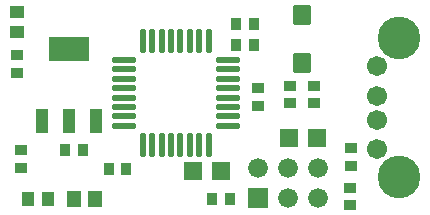
<source format=gbs>
G04 Layer: BottomSolderMaskLayer*
G04 EasyEDA v6.5.48, 2025-02-22 14:07:37*
G04 17b28a04ad434079b4a69dc4657e0bf9,f2e2a8b566e441589a5ce94012aa69ba,10*
G04 Gerber Generator version 0.2*
G04 Scale: 100 percent, Rotated: No, Reflected: No *
G04 Dimensions in millimeters *
G04 leading zeros omitted , absolute positions ,4 integer and 5 decimal *
%FSLAX45Y45*%
%MOMM*%

%AMMACRO1*4,1,8,-0.4211,-0.5008,-0.4508,-0.471,-0.4508,0.4711,-0.4211,0.5008,0.421,0.5008,0.4508,0.4711,0.4508,-0.471,0.421,-0.5008,-0.4211,-0.5008,0*%
%AMMACRO2*4,1,8,-0.4531,-0.454,-0.4828,-0.4243,-0.4828,0.4243,-0.4531,0.454,0.453,0.454,0.4828,0.4243,0.4828,-0.4243,0.453,-0.454,-0.4531,-0.454,0*%
%AMMACRO3*4,1,8,-0.4243,-0.4828,-0.454,-0.453,-0.454,0.4531,-0.4243,0.4828,0.4243,0.4828,0.454,0.4531,0.454,-0.453,0.4243,-0.4828,-0.4243,-0.4828,0*%
%AMMACRO4*4,1,8,-0.5211,-0.5008,-0.5508,-0.471,-0.5508,0.471,-0.5211,0.5008,0.521,0.5008,0.5508,0.471,0.5508,-0.471,0.521,-0.5008,-0.5211,-0.5008,0*%
%AMMACRO5*4,1,8,-0.7011,-0.8158,-0.7308,-0.786,-0.7308,0.7861,-0.7011,0.8158,0.701,0.8158,0.7308,0.7861,0.7308,-0.786,0.701,-0.8158,-0.7011,-0.8158,0*%
%AMMACRO6*4,1,8,-1.646,-1.0008,-1.6758,-0.971,-1.6758,0.9711,-1.646,1.0008,1.646,1.0008,1.6758,0.9711,1.6758,-0.971,1.646,-1.0008,-1.646,-1.0008,0*%
%AMMACRO7*4,1,8,-0.4961,-1.0008,-0.5258,-0.971,-0.5258,0.9711,-0.4961,1.0008,0.496,1.0008,0.5258,0.9711,0.5258,-0.971,0.496,-1.0008,-0.4961,-1.0008,0*%
%AMMACRO8*4,1,8,-0.471,-0.5508,-0.5008,-0.521,-0.5008,0.5211,-0.471,0.5508,0.471,0.5508,0.5008,0.5211,0.5008,-0.521,0.471,-0.5508,-0.471,-0.5508,0*%
%AMMACRO9*4,1,8,-0.7711,-0.7303,-0.8008,-0.7005,-0.8008,0.7005,-0.7711,0.7303,0.771,0.7303,0.8008,0.7005,0.8008,-0.7005,0.771,-0.7303,-0.7711,-0.7303,0*%
%AMMACRO10*4,1,8,-0.5421,-0.6516,-0.6016,-0.5921,-0.6016,0.5921,-0.5421,0.6516,0.5421,0.6516,0.6016,0.5921,0.6016,-0.5921,0.5421,-0.6516,-0.5421,-0.6516,0*%
%AMMACRO11*4,1,8,-0.4711,-0.4508,-0.5008,-0.421,-0.5008,0.4211,-0.4711,0.4508,0.471,0.4508,0.5008,0.4211,0.5008,-0.421,0.471,-0.4508,-0.4711,-0.4508,0*%
%AMMACRO12*4,1,8,-0.8085,-0.8382,-0.8382,-0.8084,-0.8382,0.8085,-0.8085,0.8382,0.8084,0.8382,0.8382,0.8085,0.8382,-0.8084,0.8084,-0.8382,-0.8085,-0.8382,0*%
%ADD10MACRO1*%
%ADD11MACRO2*%
%ADD12MACRO3*%
%ADD13MACRO4*%
%ADD14MACRO5*%
%ADD15O,0.5516118X2.101596*%
%ADD16O,2.101596X0.5516118*%
%ADD17MACRO6*%
%ADD18MACRO7*%
%ADD19MACRO8*%
%ADD20MACRO9*%
%ADD21MACRO10*%
%ADD22MACRO11*%
%ADD23C,1.6764*%
%ADD24MACRO12*%
%ADD25C,1.7016*%
%ADD26C,3.6015*%

%LPD*%
D10*
G01*
X-2813199Y431800D03*
G01*
X-2673200Y431800D03*
D11*
G01*
X-3556000Y445375D03*
G01*
X-3556000Y596024D03*
D12*
G01*
X-1739024Y1663700D03*
G01*
X-1588375Y1663700D03*
D11*
G01*
X-3594100Y1245475D03*
G01*
X-3594100Y1396124D03*
G01*
X-1549400Y966075D03*
G01*
X-1549400Y1116724D03*
D12*
G01*
X-3186824Y596900D03*
G01*
X-3036175Y596900D03*
D11*
G01*
X-762000Y458075D03*
G01*
X-762000Y608724D03*
D13*
G01*
X-3594100Y1591409D03*
G01*
X-3594100Y1761408D03*
D14*
G01*
X-1181100Y1740199D03*
G01*
X-1181100Y1333200D03*
D15*
G01*
X-1967890Y639495D03*
G01*
X-2047900Y639495D03*
G01*
X-2127910Y639495D03*
G01*
X-2207895Y639495D03*
G01*
X-2287904Y639495D03*
G01*
X-2367889Y639495D03*
G01*
X-2447899Y639495D03*
G01*
X-2527909Y639495D03*
G01*
X-2527909Y1519504D03*
G01*
X-2447899Y1519504D03*
G01*
X-2367889Y1519504D03*
G01*
X-2287904Y1519504D03*
G01*
X-2207895Y1519504D03*
G01*
X-2127910Y1519504D03*
G01*
X-2047900Y1519504D03*
G01*
X-1967890Y1519504D03*
D16*
G01*
X-1807895Y799490D03*
G01*
X-1807895Y879500D03*
G01*
X-1807895Y959510D03*
G01*
X-1807895Y1039495D03*
G01*
X-1807895Y1119504D03*
G01*
X-1807895Y1199489D03*
G01*
X-1807895Y1279499D03*
G01*
X-1807895Y1359509D03*
G01*
X-2687904Y1359509D03*
G01*
X-2687904Y1279499D03*
G01*
X-2687904Y1199489D03*
G01*
X-2687904Y1119504D03*
G01*
X-2687904Y1039495D03*
G01*
X-2687904Y959510D03*
G01*
X-2687904Y879500D03*
G01*
X-2687904Y799490D03*
D17*
G01*
X-3149600Y1447999D03*
D18*
G01*
X-2919600Y837999D03*
G01*
X-3149600Y837999D03*
G01*
X-3379599Y837999D03*
D12*
G01*
X-1942224Y177800D03*
G01*
X-1791575Y177800D03*
D19*
G01*
X-3501290Y177800D03*
G01*
X-3331291Y177800D03*
D20*
G01*
X-1048400Y698500D03*
G01*
X-1288398Y698500D03*
G01*
X-1861200Y419100D03*
G01*
X-2101198Y419100D03*
D21*
G01*
X-2932602Y177800D03*
G01*
X-3112612Y177800D03*
D22*
G01*
X-774700Y133200D03*
G01*
X-774700Y273199D03*
D12*
G01*
X-1739024Y1485900D03*
G01*
X-1588375Y1485900D03*
D22*
G01*
X-1079500Y996800D03*
G01*
X-1079500Y1136799D03*
G01*
X-1282700Y996800D03*
G01*
X-1282700Y1136799D03*
D23*
G01*
X-1041400Y444500D03*
G01*
X-1041400Y190500D03*
G01*
X-1295400Y444500D03*
G01*
X-1295400Y190500D03*
G01*
X-1549400Y444500D03*
D24*
G01*
X-1549400Y190500D03*
D25*
G01*
X-540258Y1302512D03*
G01*
X-540004Y1052321D03*
G01*
X-540258Y852423D03*
G01*
X-540004Y602487D03*
D26*
G01*
X-360172Y1542287D03*
G01*
X-360172Y362457D03*
M02*

</source>
